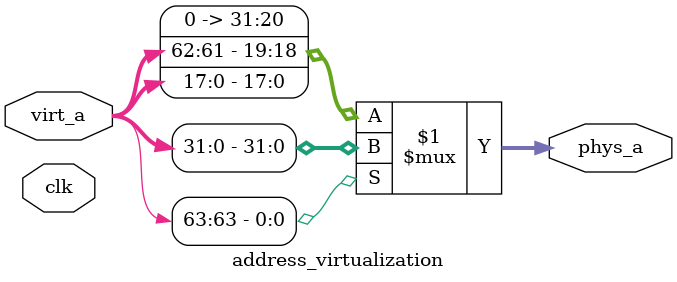
<source format=v>
/*
 * This file is part of the fpgammix package
 * Copyright (C) Tommy Thorn 2006
 *
 * Redistribution and use in source and binary forms, with or without
 * modification, are permitted provided that the following conditions
 * are met:
 * 1. Redistributions of source code must retain the above copyright
 *    notice, this list of conditions and the following disclaimer.
 * 2. Redistributions in binary form must reproduce the above copyright
 *    notice, this list of conditions and the following disclaimer in the
 *    documentation and/or other materials provided with the distribution.
 *
 * THIS SOFTWARE IS PROVIDED BY THE AUTHOR AND CONTRIBUTORS ``AS IS'' AND
 * ANY EXPRESS OR IMPLIED WARRANTIES, INCLUDING, BUT NOT LIMITED TO, THE
 * IMPLIED WARRANTIES OF MERCHANTABILITY AND FITNESS FOR A PARTICULAR PURPOSE
 * ARE DISCLAIMED.  IN NO EVENT SHALL THE AUTHOR OR CONTRIBUTORS BE LIABLE
 * FOR ANY DIRECT, INDIRECT, INCIDENTAL, SPECIAL, EXEMPLARY, OR CONSEQUENTIAL
 * DAMAGES (INCLUDING, BUT NOT LIMITED TO, PROCUREMENT OF SUBSTITUTE GOODS
 * OR SERVICES; LOSS OF USE, DATA, OR PROFITS; OR BUSINESS INTERRUPTION)
 * HOWEVER CAUSED AND ON ANY THEORY OF LIABILITY, WHETHER IN CONTRACT, STRICT
 * LIABILITY, OR TORT (INCLUDING NEGLIGENCE OR OTHERWISE) ARISING IN ANY WAY
 * OUT OF THE USE OF THIS SOFTWARE, EVEN IF ADVISED OF THE POSSIBILITY OF
 * SUCH DAMAGE.
 *
 * MMIX on an FPGA
 *
 * This is a first FPGA implementation of Dr. Knuth's MMIX
 * architecture. The priorities for this implementation is to reach a
 * useful functional subset as quickly as possible.  Performance and
 * logic usage in particular are *NOT* a priority (but will be for a
 * later implementation).
 *
 * Todo:
 * - TRAP [DONE]
 * - interrupts [DONE]
 * - Interval timer exceptions [DONE]
 * - marginal to local register promotion [Partly, needs stack_store()]
 * - Clean up core's memory model
 * - MOR, MXOR
 * - DIV
 * - SAVE, UNSAVE
 * - LDSF, STSF
 * - Rename I_XX -> XX (maybe)
 */

// Warn about undefined nets
// `default_nettype none
// but Icarus does that with -Wimplicit also
module core(input  wire        clock
           ,input  wire        reset
           ,input  wire [63:0] start

           ,input  wire [23:0] core_interrupt

           ,output reg         core_io_access = 0
           ,output reg         core_transfer_request = 0
           ,output wire [31:0] core_address // Physical
           ,output reg         core_wren = 0
           ,output reg  [31:0] core_wrdata
           ,output reg  [ 3:0] core_wrmask
           ,input              core_wait_request
           ,input              core_read_data_valid
           ,input       [31:0] core_read_data

           ,output reg         core_ifetch // Exported for diagnostics reasons only
           );

   parameter V = 0; // V for verbose

`include "mmix_opcodes.v"

   /* The main state machine */
   parameter     S_RESET        =  0,

                 S_IFETCH1      = 10,
                 S_IFETCH2      = 11,
                 S_IFETCH3      = 12,

                 S_INTERRUPT    = 19,

                 S_RF0          = 20,
                 S_RF1          = 21,
                 S_RF2          = 22,
                 S_RF3          = 23,
                 S_RF4          = 24,

                 S_EXECUTE1     = 30,
                 S_EXECUTE2     = 31,

                 S_MEM1         = 40,
                 S_MEM2         = 41,
                 S_MEM3         = 42,

                 S_WB1          = 50,
                 S_WB2          = 51,

                 S_EXTMEM1      = 60,
                 S_EXTMEM2      = 61,
                 S_EXTMEM3      = 62,
                 S_EXTMEM4      = 63,

                 S_POP1         = 70,
                 S_POP2         = 71,

                 S_MULTIPLYING	= 75,
                 S_DIVIDING	= 76,
                 S_MOR          = 77,
                 S_MXOR         = 78,

                 S_TRIPPING1    = 80,

                 S_NOT_IMPLEMENTED
                                = 91,
                 S_ILLEGAL_INST
                                = 92,
                 S_PRIVILEGED_INST
                                = 93,
                 S_HALTED       = 94;

   // 57. Bits for arithmetic exceptions (we diverge from Knuth by
   // also define the log2 equivalent XX_EXC) Note, Knuth left
   // shifts them by eight to line up with the enable bits
   parameter	INTERVAL_TIMEOUT_EXC = 7,  /* the timer register, rI, has reached zero */
                X_EXC	=  8,
		Z_EXC	=  9,
		U_EXC	= 10,
		O_EXC	= 11,
		I_EXC	= 12,
		W_EXC	= 13,
		V_EXC	= 14,
		D_EXC	= 15,
                H_EXC	= 16;

   parameter	RESUME_AGAIN	= 0,
		RESUME_CONT	= 1,
		RESUME_SET	= 2;

   parameter	X_BIT		= 1 << X_EXC,
		Z_BIT		= 1 << Z_EXC,
		U_BIT		= 1 << U_EXC,
		O_BIT		= 1 << O_EXC,
		I_BIT		= 1 << I_EXC,
		W_BIT		= 1 << W_EXC,
		V_BIT		= 1 << V_EXC,
		D_BIT		= 1 << D_EXC,
		H_BIT		= 1 << H_EXC;

   parameter	POWER_FAILURE	= 1<<0,		/* try to shut down calmly and quickly */
		PARITY_ERROR	= 1<<1,		/* try to save the file systems */
                NONEXISTENT_MEMORY=1<<2,	/* a memory address can't be used */
                REBOOT_SIGNAL	= 1<<4;		/* it's time to start over */

   /* 65.  Info flags */
   parameter     Z_is_immed_bit  = 'h01,
                 Z_is_source_bit = 'h02,
                 Y_is_immed_bit  = 'h04,
                 Y_is_source_bit = 'h08,
                 X_is_source_bit = 'h10,
                 X_is_dest_bit   = 'h20,
                 rel_addr_bit    = 'h40,
                 push_pop_bit    = 'h80;

   parameter     VERSION         = 1,
                 SUBVERSION      = 0,
                 SUBSUBVERSION   = 1,
                 ABSTIME         = 1152770398;

   reg [31:0]    state = S_RESET;

   /* XXX This is Quartus specific.  Must find a way to make this more
      portable to also Xilinx ISE. */
   (* ram_init_file = "../info_flags.mif" *)
   reg [ 7:0]    info_flags[0:255];

   reg [63:0]    branch_target;

   /* 55. Knuth keeps all the special registers in the global register
      file, but there's already way too much contention for that.  We
      keep them as seperate variables. */
   reg [63:0]    rB, rD, rE, rH, rJ, rM, rR, rBB, rC, rN, rO, rS, rT,
                 rTT, rK, rQ, rU, rV, rL, rA, rF, rP, rW, rX, rY,
                 rZ, rWW, rXX, rYY, rZZ;

   reg [64:0]    rI; // We use the MSB overflow trick to save a bit of logic
   reg [63:0]    rQ_lastread;

   reg [ 7:0]    tmpbyte;
   reg [63:0]    t, aux;
   reg [64:0]    diff;
   reg           sign, z_sign;
   reg [63:0]    z_abs;
   reg [ 7:0]    n;  // Random bit counter
   reg           truth;
   reg [63:0]    rX_;  /* Temporary for RESUME handling only */

   // 61.
   reg  [63:0] w, x, y, z, b, ma, mb;  /* operands */
   reg  [10:0] x_ptr;  /* destination */
   reg  [63:0] loc;    /* location of the current instruction */
   reg  [63:0] inst_ptr;  /* location of the next instruction */
   reg  [31:0] inst;      /* the current instruction */
   reg  [31:0] exc; /* exceptions raised by the current instruction */
   reg  [ 1:0] rop; /* ropcode of a resumed instruction */
   // int round_mode; /* the style of floating point rounding just used */
   reg  [ 1:0] resuming; /* are we resuming an interrupted instruction?
                          * resuming[0] yes/no
                          * resuming[1] trap/trip
                          */
   // bool halted; /* did the program come to a halt? */
   // bool breakpoint; /* should we pause after the current instruction? */
   // bool tracing; /* should we trace the current instruction? */
   // bool stack_tracing; /* should we trace details of the register stack? */
   // bool interacting; /* are we in interactive mode? */
   // bool interact_after_break; /* should we go into interactive mode? */
   // bool tripping; /* are we about to go to a trip handler? */
   // bool good; /* did the last branch instruction guess correctly? */
   // tetra trace_threshold; /* each instruction should be traced this many times */

   // 62.
   reg  [ 7:0] op;
   reg  [ 7:0] xx;
   reg  [ 7:0] yy;
   reg  [ 7:0] zz;

   reg  [63:0] yz;
   reg  [ 7:0] f;
   reg  [63:0] i, j;

   // 75.
   reg  [ 7:0] G, L, O;

   /*
    * 76.
    *
    * I diverge from MMIXWARE and unify the global and local
    * registers, such that the top 256 registers are global. (For
    * simplicity and to eliminate some muxes)
    */
   parameter GLOBAL = 256;
   reg  [ 8:0] regfile_rdaddress_a, regfile_rdaddress_b, regfile_rdaddress_c;
   reg         regfile_rden_a = 0;
   wire [63:0] regfile_rddata_a;
   reg         regfile_rden_b = 0;
   wire [63:0] regfile_rddata_b;
   reg         regfile_rden_c = 0;
   wire [63:0] regfile_rddata_c;

   reg         regfile_wren;
   reg  [ 8:0] regfile_wraddress;
   reg  [63:0] regfile_wrdata;

   reg  [63:0] g255_readonly_cache;       /* This is a read-only copy of g[255] / $255 */

   reg  [10:0] lring_size, /* the number of local registers (a power of 2) */
               lring_mask, /* one less than lring_size */
               S;          /* congruent to rS >> 3 modulo lring_size */

   reg  [63:0] l_xx;   /* local registers[(O + xx) & lring_mask] */
   reg  [63:0] l_yy;   /* local registers[(O + yy) & lring_mask] */
   reg  [63:0] l_zz;   /* local registers[(O + zz) & lring_mask] */
   reg  [63:0] l_q;
   reg  [63:0] g_q;
   reg  [63:0] g_xx, g_yy, g_zz;

   reg         b_sign, b_zero, b_posi, b_pari;
   reg         y_sign, y_zero, y_posi, y_pari;
   reg  [63:0] high_shift;

   reg  [63:0] datamem_addr;
   reg  [63:0] datamem_rddata = 64'h1BADDECAF4BABE;
   reg         datamem_rddata_high = 0, datamem_rddata_low = 0;
   reg  [63:0] datamem_wrdata;
   reg  [ 7:0] datamem_wrbyteena;
   reg         datamem_wren = 0;
   reg         datamem_rden = 0;

   reg         wb, wb_global;
   reg  [10:0] g_a, l_a;

   reg         error = 0;

   reg  [63:0] mul_acc, mul_aux, mul_a;
   reg  [63:0] mul_b;

   regfile regfile_a (
	.clock ( clock ),

	.rden ( regfile_rden_a ),
	.rdaddress ( regfile_rdaddress_a ),
	.q ( regfile_rddata_a ),

	.wren ( regfile_wren ),
	.wraddress ( regfile_wraddress ),
	.data ( regfile_wrdata )
	);

   regfile regfile_b (
	.clock ( clock ),

	.rden ( regfile_rden_b ),
	.rdaddress ( regfile_rdaddress_b ),
	.q ( regfile_rddata_b ),

	.wren ( regfile_wren ),
	.wraddress ( regfile_wraddress ),
	.data ( regfile_wrdata )
	);

   regfile regfile_c (
	.clock ( clock ),

	.rden ( regfile_rden_c ),
	.rdaddress ( regfile_rdaddress_c ),
	.q ( regfile_rddata_c ),

	.wren ( regfile_wren ),
	.wraddress ( regfile_wraddress ),
	.data ( regfile_wrdata )
	);

   reg [63:0]  core_virt_address;

   address_virtualization tlb(clock, core_virt_address, core_address);

   always @(posedge clock) begin
      /* Maintain the global read-only copy of $255 */
      if (regfile_wren && regfile_wraddress == (GLOBAL | 255))
         g255_readonly_cache <= regfile_wrdata;

      rC <= rC + 1;
      rI <= rI - 65'd1;

      // rQ is low-pri:24 program:8 high-pri I/O:24 machine:8
      rQ[63:40] <= rQ[63:40] | core_interrupt;
      if (core_interrupt & ~rQ[63:40])
         $display("%06d peripherals raising exception", $time, core_interrupt);

      if (rI[64]) begin
         $display("%06d Interval timer just ranout, raising exception", $time);
         rQ[INTERVAL_TIMEOUT_EXC] <= 1;
         rI[64] <= 0;
      end

      if (regfile_wren)
        if (regfile_wraddress & GLOBAL)
          $display("%06d g[%1d]=#%x", $time,
                   regfile_wraddress - GLOBAL, regfile_wrdata);
        else
          $display("%06d l[%1d]=#%x", $time,
                   regfile_wraddress, regfile_wrdata);

      if (core_read_data_valid) begin
         if(V)$display("%06d Core got valid data #%1x (%d%d%d)!", $time,
                  core_read_data,
                  datamem_rddata_high, datamem_rddata_low, core_ifetch);
         if (datamem_rddata_high) begin
            if(V)$display("%06d    Core expected it for high tetra", $time);
            datamem_rddata[63:32] <= core_read_data;
            datamem_rddata_high <= 0;
         end else if (datamem_rddata_low) begin
            if(V)$display("%06d    Core expected it for low tetra", $time);
            datamem_rddata[31:0] <= core_read_data;
            datamem_rddata_low <= 0;
         end else if (~core_ifetch)
           $display("%06d    DROPPED DATA #%1x", $time, core_read_data);
      end

      regfile_wren   <= 0;
      regfile_rden_a <= 0;
      regfile_rden_b <= 0;
      regfile_rden_c <= 0;

      case (state)
        S_RESET: begin
           $display("%06d RESET", $time);
           core_io_access <= 0;
           core_transfer_request <= 0;
           core_wren <= 0;
           datamem_rddata_low <= 0;
           datamem_rddata_high <= 0;
           core_ifetch <= 0;

           datamem_wren <= 0;
           datamem_rden <= 0;
           inst_ptr <= start;

           /*
            * XXX The responsibility for most of these should be move
            * to the firmware (to save logic resources and cycle-time). Obviously,
            * rK, rC, rN, rO, and rS are e... rO and rS??? why.  How
            * is the OS going to set the two latter? (SAVE & UNSAVE).
            */

           g255_readonly_cache <= 0;

           // 77.  p(14.) 37.  XXX Hmm, there should be a better way ...
           // 14.
           // rA = must_remain_zero:46 rounding_mode:2  enable_DVWIOUZX:8 events_DVWIOUZX:8
           // 0 - 7
           rB = 64'hBADDECAFDEADBABE;  // bootstrap register (trip) [0]
           rD = 64'hBADDECAFDEADBABE;  // dividend register [1]
           rE = 64'hBADDECAFDEADBABE;  // epsilon register [2]
           rH = 64'hBADDECAFDEADBABE;  // himult register [3]
           rJ = 64'hBADDECAFDEADBABE;  // return-jump register [4]
           rM = 64'hBADDECAFDEADBABE;  // multiplex mask register [5]
           rR = 64'hBADDECAFDEADBABE;  // remainder register [6]
           rBB= 64'hBADDECAFDEADBABE;  // bootstrap register (trap) [7]

           // These can't be PUT
           rC <= 0; // cycle counter [8]
           rN[63:32] = (VERSION << 24) + (SUBVERSION << 16) + (SUBSUBVERSION << 8);
           rN[31: 0] = ABSTIME; // serial number [9]
           // XXX Correctly this when memory settles
           rO = 64'h6_0000; // register stack offset [10]
           rS = 64'h6_0000; // register stack pointer [11]

           // These can't be PUT by the user
           rI <= ~65'd0;  // interval counter [12]
           rT = 64'h8000000850000000;  // trap address register [13]
           rTT= 64'h8000000600000000;  // dynamic trap address register [14]
           rK = 0;  // interrupt mask register [15]
           rQ <= 0; // interrupt request register [16]
           rU = 0;  // usage counter [17]
           rV = 64'h369c2004;  // virtual translation register [18]

           // Finally, these may cause pipeline delays
           // global threshold register
           G = 256 - 32;
           rL = 0;
           rA = {8'd255, 8'd00}; // Enable all traps, none yet, round nearest

           rF = 0;  // failure location register [22]
           rP = 0;  // prediction register [23]
           rW = 0;  // where-interrupted register (trip) [24]
           rX = 0;  // execution register (trip) [25]
           rY = 0;  // Y operand (trip) [26]
           rZ = 0;  // Z operand (trip) [27]
           rWW= 0;  // where-interrupted register (trap) [28]
           rXX= 0;  // execution register (trap) [29]
           rYY= 0;  // Y operand (trap) [30]
           rZZ= 0;  // Z operand (trap) [31]

           lring_size = 256;
           lring_mask = 255;
           L = 0; // XXX I don't think there really is a need for both rL and L
           O = 0; // XXX I don't think there really is a need for both rO and O
           S = 0;
           resuming = 0;
           state <= S_IFETCH1;
        end

        S_IFETCH1: begin
           $display("");
           if (rQ & rK) begin
              $display("%06d INTERRUPT! rQ=#%1x & rK=#%1x -> #%1x", $time,
                       rQ, rK, rQ & rK);
              state <= S_INTERRUPT;
           end else begin
              state <= S_IFETCH2;
              // 63. sort of ...
              if(V)$display("%06d IF1 Issuing a read request to #%1x", $time, inst_ptr);
              // $display("%06d IFETCH2", $time);
              // CONCEPTUALLY {op, xx, yy, zz} <= progmem[inst_ptr[63:2]]
              if (resuming) begin
                 // We shouldn't get here if resuming is true
                 $display("       Bug in resume support!");
                 state <= S_HALTED;
              end
              core_transfer_request <= 1;
              core_ifetch <= 1;
              core_virt_address <= inst_ptr;
              core_io_access <= 0;
              core_wren <= 0;
              loc <= inst_ptr;
              inst_ptr <= inst_ptr + 4;
           end
        end

      /*
       * Interrupts needs to wait for the pipeline to flush.
       * In this current implementation, the only thing pipelined is
       * the register file write back which hasn't committed yet at S_IFETCH1,
       * thus we go to another cycle.
       */
      S_INTERRUPT: begin
         $display("       $255=#%1x inst_ptr=#%1x",
                  g255_readonly_cache, inst_ptr);
         rK = 0;
         rBB = g255_readonly_cache;
         rWW = inst_ptr;
         rXX = {32'h80000000,inst}; // rop code RESUME_AGAIN, that is, retry inst
         rYY = y;
         rZZ = z;
         regfile_wraddress <= GLOBAL | 255;
         regfile_wrdata    <= rJ;
         regfile_wren      <= 1;
         inst_ptr = rTT;
         state <= S_IFETCH1;
      end

      S_IFETCH2: begin
           if(V)$display("IFETCH2");
           if (~core_wait_request)
              core_transfer_request <= 0;

           if (core_read_data_valid | resuming) begin
              core_ifetch <= 0;
              if (!resuming)
                inst = core_read_data;
              {op, xx, yy, zz} = inst;
              f <= info_flags[op];
              regfile_rdaddress_a <= ((xx >= G) ? (GLOBAL | xx) : ((O + xx) & lring_mask));
              regfile_rdaddress_b <= ((yy >= G) ? (GLOBAL | yy) : ((O + yy) & lring_mask));
              regfile_rdaddress_c <= ((zz >= G) ? (GLOBAL | zz) : ((O + zz) & lring_mask));
              regfile_rden_a <= 1;
              regfile_rden_b <= 1;
              regfile_rden_c <= 1;
              $display("%06d IF2 #%1x:#%1x", $time, loc, inst);
              state <= S_RF1;
           end
        end

        S_RF1: state <= S_RF4;

        S_RF4: begin
           //$display("%06d zz l[%1d]=#%1x g[%1d]", $time, zz, l_zz, zz, g_zz);
           /* 60.  The main loop. */
           state <= S_EXECUTE1;

           yz = {48'd0, inst[15:0]};
           x = 0;
           y = 0;
           z = 0;
           b = 0;
           exc = 0;
           // old_L = L;
           //$display("%06d ** yz .. #%1x", $time, yz);

           // 70.  Convert relative address to absolute address
           if (f & rel_addr_bit) begin
             if ((op & 8'hFE) == I_JMP) begin
               yz = {40'd0, inst[23:0]};
               if(V)$display("%06d ** yz .. #%1x [JMP]", $time, yz);
               end
             if (op & 1) begin
               yz = yz - ((op == I_JMPB) ? 64'h1000000 : 64'h10000);
               if(V)$display("%06d ** yz .. #%1x [op & 1]", $time, yz);
               end
             y = inst_ptr; z = loc + (yz << 2);
           end
           if(V)$display("%06d ** yz = #%1x, z = #%1x", $time, yz, z);

           // 71.  Install operand fields.
           if (resuming && rop != RESUME_AGAIN) begin
              $display("%06d ** resuming ...", $time);
              /* 126.  Install special operands when resuming an interrupted operation */
              if (rop == RESUME_SET) begin
                 op = I_ORI;
                 y = resuming[1] ? rZZ : rZ;
                 z = 0;
                 exc = {resuming[1] ? rXX[47:40] : rX[47:40],8'd0};
                 f = X_is_dest_bit;
                 $display("       resume_set op=#%1x y=#%1x exc=#%1x", op, y, exc);
              end else begin /* RESUME_CONT */
                 y = rY;
                 z = rZ;
              end
           end else begin
             if (f & X_is_source_bit) begin
                // 74.  Set b from register X
                b = regfile_rddata_a;
                if(V)$display("%06d ** regfile a -> b = #%1x", $time, b);
             end
             // XXX if (info[op].third_operand) <set b from special register 79>;
             if (f & Z_is_immed_bit) begin
                z = zz; //$display("%06d ** z = zz", $time);
             end else if (f & Z_is_source_bit) begin
               // 72.  Set z from register Z
                z = regfile_rddata_c;
                if(V)$display("%06d ** regfile c -> z = #%1x", $time, z);
             end else if ((op & 8'hF0) == I_SETH) begin
                // 78.  Set z as an immediate wyde
               case (op[1:0])
               0: z = {yz[15:0],48'd0};
               1: z = {16'd0,yz[15:0],32'd0};
               2: z = {32'd0,yz[15:0],16'd0};
               3: z = {48'd0,yz[15:0]};
               endcase
               y = b;
               if(V)$display("%06d ** 78.  z=#%1x y=#%1x", $time, z, y);
             end
             if (f & Y_is_immed_bit) begin y = yy; if(V)$display("%06d ** y = yy", $time); end
             else if (f & Y_is_source_bit) begin
                // 73.  Set y from register Y
                y = regfile_rddata_b;
                if(V)$display("%06d ** regfile b -> y=#%1x", $time, y);
             end
           end

           wb = 0;
           // 60...
           if (f & X_is_dest_bit) begin
              /* 80.  Install register X as the destination, adjusting the
                      register stack if necessary */
              wb = 1;
              wb_global = 0;
              if (xx >= G) begin
                x_ptr = GLOBAL | xx;
              end else begin
                 if (xx >= L) begin
                    //$display("%06d ** 81.  Increasing rL, setting l[%1d] <- 0", $time, O + L);
                    regfile_wraddress <= (O + L) & lring_mask;
                    regfile_wrdata    <= 0;
                    regfile_wren      <= 1;
                    L = L + 1;
                    rL = L;
                    if (((S - O - L) & lring_mask) == 0) begin
                       $display("%06d ** 83.  stack_store() not implemented!", $time);
                       state <= S_NOT_IMPLEMENTED;
                    end
                    state <= S_RF4;
                 end else
                   x_ptr = (O + xx) & lring_mask;
              end
           end
        end

        /* Even though I'm not trying to optimize, making this run at 50 MHz
           makes my life easier, thus this extra stage which hopefully
           enables Quartus to retime some of this */
        S_EXECUTE1: begin
           state <= S_EXECUTE2;
           resuming = 0;

           w = y + z;
           if(V)$display("%06d ** w (#%1x) = y (#%1x) + z (#%1x)", $time, w, y, z);

           // if (loc >= 64'h20000000) goto privileged_inst;
           branch_target <= loc + {{46{op[0]}},yy,zz,2'd0};

           b_sign = b[63];
           b_zero = b == 0;
           b_pari = b[0];
           b_posi = ~b_sign & ~b_zero;

           y_sign = y[63];
           y_zero = y == 0;
           y_pari = y[0];
           y_posi = ~y_sign & ~y_zero;
        end

        S_EXECUTE2: begin
           state <= S_MEM1;
           if(V)$display("%06d EX2 x=#%1x y=#%1x z=#%1x b=#%1x w=#%1x", $time, x, y, z, b, w);

           case (op)
           // 84.
           I_ADD, I_ADDI:       x = w;

           // 85.
           I_SUB, I_SUBI, I_NEG, I_NEGI, I_SUBU, I_SUBUI, I_NEGU, I_NEGUI:
                                x = y - z;
           I_ADDU, I_ADDUI, I_INCH, I_INCMH, I_INCML, I_INCL:
                                x = w;
           I_2ADDU, I_2ADDUI:   x = (y << 1) + z;
           I_4ADDU, I_4ADDUI:   x = (y << 2) + z;
           I_8ADDU, I_8ADDUI:   x = (y << 3) + z;
           I_16ADDU, I_16ADDUI: x = (y << 4) + z;
           I_SETH, I_SETMH, I_SETML, I_SETL, I_GETA, I_GETAB: begin
                                $display("       SETx = #%1x",z);
                                x = z;
           end
           // 86.
           I_OR, I_ORI, I_ORH, I_ORMH, I_ORML, I_ORL:
                                x =  y |  z;
           I_ORN, I_ORNI:       x =  y | ~z;
           I_NOR, I_NORI:       x = ~(y | z); // === ~y & ~z
           I_XOR, I_XORI:       x =  y ^  z;
           I_AND, I_ANDI:       begin
                                x =  y &  z;
                                $display("       AND #%1x,#%1x -> #%1x", y, z, x);
                                end
           I_ANDN, I_ANDNI, I_ANDNH, I_ANDNMH, I_ANDNML, I_ANDNL:
                                x =  y & ~z;
           I_NAND, I_NANDI:     x = ~(y & z); // === ~y | ~z
           I_NXOR, I_NXORI:     x = ~(y ^ z);

           // 87.
           I_SL, I_SLI, I_SLU, I_SLUI:
             if (z >= 64) begin
                x = 0;
                if (|y) begin
                   exc[V_EXC] = 1;
                   $display("%06d ** SL Overflow", $time);
                end
             end else begin
                x = y << z[5:0];

                // XXX OMG.  Spend 2X the cycles here
               /* if (($signed(x) >> z[5:0]) != y) begin
                   exc[V_EXC] = 1;
                   $display("%06d ** SL Overflow", $time);
                end*/
             end
                                // XXX Not 100% sure of these two
           I_SR, I_SRI:         begin
                                   x = $signed(y) >>> (z[63:6] ? 63 : z[5:0]);
                                   $display("       SR #%1x, #%1x -> #%1x",
                                            y, z, x);
                                end
           I_SRU, I_SRUI:       begin
                                   x = z[63:6] ? 0 : (y >> z[5:0]);
                                   $display("       SRU #%1x, #%1x -> #%1x",
                                            y, z, x);
                                end
           I_MUX, I_MUXI:       x = y & rM | z & ~rM;

           I_SADD, I_SADDI:     begin
                                  t = y & ~z;
                                  x = t[0]+t[1]+t[2]+t[3]+t[4]+t[5]+t[6]+t[7]+t[8]+t[9]+t[10]+t[11]+t[12]+t[13]+t[14]+t[15]+t[16]+t[17]+t[18]+t[19]+t[20]+t[21]+t[22]+t[23]+t[24]+t[25]+t[26]+t[27]+t[28]+t[29]+t[30]+t[31]+t[32]+t[33]+t[34]+t[35]+t[36]+t[37]+t[38]+t[39]+t[40]+t[41]+t[42]+t[43]+t[44]+t[45]+t[46]+t[47]+t[48]+t[49]+t[50]+t[51]+t[52]+t[53]+t[54]+t[55]+t[56]+t[57]+t[58]+t[59]+t[60]+t[61]+t[62]+t[63];
                                end

           I_MOR, I_MORI:       begin
                                  n <= 62;
                                  t <= y;
                                  state <= S_MOR;
                                end

           I_MXOR, I_MXORI:     begin
                                  n <= 62;
                                  t <= y;
                                  state <= S_MXOR;
                                end

           I_BDIF, I_BDIFI:     begin
                                  if (y[63:56] > z[63:56]) x[63:56] = y[63:56] - z[63:56];
                                  if (y[55:48] > z[55:48]) x[55:48] = y[55:48] - z[55:48];
                                  if (y[47:40] > z[47:40]) x[47:40] = y[47:40] - z[47:40];
                                  if (y[39:32] > z[39:32]) x[39:32] = y[39:32] - z[39:32];
                                  if (y[31:24] > z[31:24]) x[31:24] = y[31:24] - z[31:24];
                                  if (y[23:16] > z[23:16]) x[23:16] = y[23:16] - z[23:16];
                                  if (y[15: 8] > z[15: 8]) x[15: 8] = y[15: 8] - z[15: 8];
                                  if (y[ 7: 0] > z[ 7: 0]) x[ 7: 0] = y[ 7: 0] - z[ 7: 0];
                                end
           I_WDIF, I_WDIFI:     begin
                                  if (y[63:48] > z[63:48]) x[63:48] = y[63:48] - z[63:48];
                                  if (y[47:32] > z[47:32]) x[47:32] = y[47:32] - z[47:32];
                                  if (y[31:16] > z[31:16]) x[31:16] = y[31:16] - z[31:16];
                                  if (y[15: 0] > z[15: 0]) x[15: 0] = y[15: 0] - z[15: 0];
                                end
           I_TDIF, I_TDIFI:     begin
                                  if (y[63:32] > z[63:32]) x[63:32] = y[63:32] - z[63:32];
                                  if (y[31: 0] > z[31: 0]) x[31: 0] = y[31: 0] - z[31: 0];
                                end
           I_ODIF, I_ODIFI:     if (y > z) x = y - z;

           I_MULU, I_MULUI, I_MUL, I_MULI: begin
              {mul_aux,mul_acc} <= 0;
              if (y > z) begin
                 mul_a <= y; mul_b <= z;
              end else begin
                 mul_a <= z; mul_b <= y;
              end
              state <= S_MULTIPLYING;
           end

           I_DIV, I_DIVI:
              if (y == 64'h8000000000000000 && z == 64'hFFFFFFFFFFFFFFFF) begin
                 exc[V_EXC] = 1;
                 x  <= y;
                 rR <= 0;
              end else if (z == 0) begin
                 exc[D_EXC] = 1;
                 x  <= 0;
                 rR <= y;
              end else begin
                 n     <= 62;
                 t     <= 0;
                 sign  <= (y[63] ^ z[63]);
                 z_sign <= z[63];
                 if (y[63])
                    y = -y;
                 if (z[63])
                    z = -z;
                 z_abs = z;
                 x     <= y;
                 state <= S_DIVIDING;
              end

           I_DIVU, I_DIVUI: begin
              $display("rD = %d, z = %d, rD >= z %d", rD, z, rD >= z);
              if (rD >= z) begin
                 /* Arith 14. check that x < z; otherwise give trivial answer */
                 x     <= rD;
                 rR    <= y;
              end else begin
                 n     <= 62;
                 t     <= rD;
                 sign  <= 0;
                 x     <= y;
                 y_sign <= 0; // Override signs to avoid any fixup afterwards
                 z_sign <= 0;
                 state <= S_DIVIDING;
              end
           end

            // 89.
           /*
            I_FADD, I_FSUB, I_FMUL, I_FDIV, I_FREM, I_FSQRT, I_FINT,
            I_FIX, I_FIXU, I_FLOT, I_FLOTI, I_FLOTU, I_FLOTUI,
            I_SFLOT, I_SFLOTUI: begin
               $display("%06d ** floating point isn't implemented yet", $time); // XXX
               state <= S_NOT_IMPLEMENTED;
            end
            */

            // 90.
            I_CMP, I_CMPI: begin
               /* I use a simpler version than Knuth's
                  Signed comparisons:
                    a > b <=> (a^M) >U (b^M), M = 1 << 63
                */

               if (y == z)
                  x = 0;
               else if ((y ^ 64'h8000000000000000)
                        > (z ^ 64'h8000000000000000))
                  x = 1;
               else
                  x = -1;
               $display("%06d (CMP) %1d, %1d -> #%1x", $time, y, z, x);
            end

            I_CMPU, I_CMPUI: begin
               if (y == z)
                  x = 0;
               else if (y > z)
                  x = 1;
               else
                  x = -1;
               $display("%06d (CMPU) #%1x, #%1x -> #%1x", $time, y, z, x);
            end

           /*
            I_FCMPE, I_FCMP, I_FUN, I_FEQL, I_FEQLE, I_FUNE: begin
               $display("%06d ** floating point isn't implemented yet", $time); // XXX
               state <= S_NOT_IMPLEMENTED;
            end
            */


            // 91. & 92.
            I_CSN, I_CSNI, I_CSZ, I_CSZI, I_CSP, I_CSPI,
            I_CSOD, I_CSODI, I_CSNN, I_CSNNI, I_CSNZ, I_CSNZI,
            I_CSNP, I_CSNPI, I_CSEV, I_CSEVI, I_ZSN, I_ZSNI,
            I_ZSZ, I_ZSZI, I_ZSP, I_ZSPI, I_ZSOD, I_ZSODI,
            I_ZSNN, I_ZSNNI, I_ZSNZ, I_ZSNZI, I_ZSNP, I_ZSNPI,
            I_ZSEV, I_ZSEVI: begin
               case (op[2:1])
               0: truth = y_sign;
               1: truth = y_zero;
               2: truth = y_posi;
               3: truth = y_pari;
               endcase
               if (op[3]) truth = ~truth;
               x = truth ? z : b;
            end

            // 93.
            I_BN, I_BNB, I_PBN, I_PBNB,
            I_BZ, I_BZB, I_PBZ, I_PBZB,
            I_BP, I_BPB, I_PBP, I_PBPB,
            I_BOD, I_BODB, I_PBOD, I_PBODB,
            I_BNN, I_BNNB, I_PBNN, I_PBNNB,
            I_BNZ, I_BNZB, I_PBNZ, I_PBNZB,
            I_BNP, I_BNPB, I_PBNP, I_PBNPB,
            I_BNOD, I_BNODB, I_PBNOD, I_PBNODB: begin
               $display("%06d ** Branch op[2:0] #%1x", $time, op[2:0]);
               case (op[2:1])
               0: truth = b_sign;
               1: truth = b_zero;
               2: truth = b_posi;
               3: truth = b_pari;
               endcase
               if (op[3]) truth = ~truth;
               if (truth) begin
                  $display("%06d ** Branch taken, jumping to #%1x", $time, z);
                  inst_ptr <= z;
               end
            end

            // 94.
            I_LDB, I_LDBI, I_LDBU, I_LDBUI, I_LDW, I_LDWI, I_LDWU, I_LDWUI,
            I_LDT, I_LDTI, I_LDTU, I_LDTUI, I_LDO, I_LDOI, I_LDOU, I_LDOUI,
            I_LDSF, I_LDSFI, I_LDHT, I_LDHTI: begin
               datamem_addr <= w;
               datamem_rden <= 1;
            end

             // 95.
           I_STB, I_STBI, I_STBU, I_STBUI: begin
              if (op[1])
                 $display("%06d ** STBU [#%1x] <- #%1x", $time, w, b[7:0]);
              else
                 $display("%06d ** STB [#%1x] <- #%1x", $time, w, b);
              datamem_addr      <= w;
              datamem_wrdata    <= {b[7:0], b[7:0], b[7:0], b[7:0],
                                    b[7:0], b[7:0], b[7:0], b[7:0]};
              datamem_wrbyteena <= 8'h80 >> w[2:0];
              datamem_wren      <= 1;

              if ({{56{b[7]}},b[7:0]} != b && ~op[1]) begin
                 $display("%06d ** STB Overflow", $time);
                 exc[V_EXC] = 1;
              end
           end

           I_STW, I_STWI, I_STWU, I_STWUI: begin
              if (op[1])
                 $display("%06d ** STWU [#%1x] <- #%1x", $time, w, b[15:0]);
              else
                 $display("%06d ** STW [#%1x] <- #%1x", $time, w, b);
              datamem_addr      <= w;
              datamem_wrdata    <= {b[15:0], b[15:0], b[15:0], b[15:0]};
              datamem_wrbyteena <= 8'hC0 >> (2*w[2:1]);
              datamem_wren      <= 1;

              if ({{48{b[15]}},b[15:0]} != b && ~op[1]) begin
                 $display("%06d ** STW Overflow", $time);
                 exc[V_EXC] = 1;
              end
           end

           I_STT, I_STTI, I_STTU, I_STTUI: begin
              if (op[1])
                 $display("%06d ** STTU [#%1x] <- #%1x", $time, w, b[31:0]);
              else
                 $display("%06d ** STT [#%1x] <- #%1x", $time, w, b);
              datamem_addr      <= w;
              datamem_wrdata    <= {b[31:0], b[31:0]};
              datamem_wrbyteena <= 8'hF0 >> (4*w[2]);
              datamem_wren      <= 1;

              if ({{32{b[31]}},b[31:0]} != b && ~op[1]) begin
                 $display("%06d ** STT Overflow", $time);
                 exc[V_EXC] = 1;
              end
           end

           I_STO, I_STOI, I_STOU, I_STOUI, I_STUNC, I_STUNCI: begin
              if ((op & ~1) == I_STUNC)
                 $display("%06d ** STUNC [#%1x] <- #%1x", $time, w, b);
              else if (op[1])
                 $display("%06d ** STOU [#%1x] <- #%1x", $time, w, b);
              else
                 $display("%06d ** STO [#%1x] <- #%1x", $time, w, b);
              datamem_addr      <= w;
              datamem_wrdata    <= b;
              datamem_wrbyteena <= 8'hFF;
              datamem_wren      <= 1;
           end

           /*
           I_STSF, I_STSFI:  begin
              state <= S_NOT_IMPLEMENTED;
           end
            */

           I_STHT, I_STHTI: begin
              $display("%06d ** STHT [#%1x] <- #%1x", $time, w, b[63:32]);
              datamem_addr      <= w;
              datamem_wrdata    <= {b[63:32], b[63:32]};
              datamem_wrbyteena <= 8'hF0 >> (4*w[0]);
              datamem_wren      <= 1;
           end

           I_STCO, I_STCOI: begin
              $display("%06d ** STCO [#%1x] <- #%1x", $time, w, {56'd0, xx});
              datamem_addr      <= w;
              datamem_wrdata    <= {56'd0, xx};
              datamem_wrbyteena <= 8'hFF;
              datamem_wren      <= 1;
           end

           // 96.
           /*
           I_CSWAP, I_CSWAPI: state <= S_NOT_IMPLEMENTED;
            */

           // 97.
           I_GET: begin
              if (yy || zz >= 32) // XXX Can synthesis compile >= 32 efficiently?
                 state <= S_NOT_IMPLEMENTED;  // XXX Should be a dynamic trap
              else
                 case (zz)
                 REG_B: x = rB;
                 REG_D: x = rD;
                 REG_E: x = rE;
                 REG_H: x = rH;
                 REG_J: x = rJ;
                 REG_M: x = rM;
                 REG_R: x = rR;
                 REG_BB: x = rBB;
                 REG_C: x = rC;
                 REG_N: x = rN;
                 REG_O: x = rO;
                 REG_S: x = rS;
                 REG_I: x = rI[63:0];
                 REG_T: x = rT;
                 REG_TT: x = rTT;
                 REG_K: x = rK;
                 REG_Q: begin x = rQ; rQ_lastread = rQ; end
                 REG_U: x = rU;
                 REG_V: x = rV;
                 REG_G: x = G;
                 REG_L: x = rL;
                 REG_A: x = rA;
                 REG_F: x = rF;
                 REG_P: x = rP;
                 REG_W: x = rW;
                 REG_X: x = rX;
                 REG_Y: x = rY;
                 REG_Z: x = rZ;
                 REG_WW: x = rWW;
                 REG_XX: x = rXX;
                 REG_YY: x = rYY;
                 REG_ZZ: x = rZZ;
                 endcase
           end

           I_PUT, I_PUTI: begin
              $strobe("%06d ** PUT %d, %x", $time, xx, z);
              // XXX INCOMPLETE
              if (yy)
                 state <= S_ILLEGAL_INST;
              else
                 case (xx)
                 // These are "unencumbered" (cf. p 176)
                 REG_B: rB = z;  // bootstrap register (trip) [0]
                 REG_D: rD = z;  // dividend register [1]
                 REG_E: rE = z;  // epsilon register [2]
                 REG_H: rH = z;  // himult register [3]
                 REG_J: rJ = z;  // return-jump register [4]
                 REG_M: rM = z;  // multiplex mask register [5]
                 REG_R: rR = z;  // remainder register [6]
                 REG_BB:rBB= z;  // bootstrap register (trap) [7]

                 // These can't be PUT
                 REG_C: state <= S_ILLEGAL_INST; // rC = z;  // cycle counter [8]
                 REG_N: state <= S_ILLEGAL_INST; // rN = z;  // serial number [9]
                 REG_O: state <= S_ILLEGAL_INST; // rO = z;  // register stack offset [10]
                 REG_S: state <= S_ILLEGAL_INST; // rS = z;  // register stack pointer [11]

                 // These can't be PUT by the user
                 REG_I: rI <= {1'd0,z};  // interval counter [12] (XXX PRIVILEGED)
                 REG_T: rT = z;  // trap address register [13] (XXX PRIVILEGED)
                 REG_TT:rTT= z;  // dynamic trap address register [14] (XXX PRIVILEGED)
                 REG_K: rK = z;  // interrupt mask register [15] (XXX PRIVILEGED)
                 /* interrupt request register [16] (XXX PRIVILEGED)
                    "Interrupt bits in rQ might be lost if they are set
                     between a GET and a PUT. Therefore we don't allow
		     PUT to zero out bits that have become 1 since the
		     most recently committed GET." */
                 REG_Q: rQ <= rQ & ~rQ_lastread | z;
                 REG_U: rU = z;  // usage counter [17] (XXX PRIVILEGED)
                 REG_V: rV = z;  // virtual translation register [18] (XXX PRIVILEGED)

                 // Finally, these may cause pipeline delays
                 // global threshold register
                 REG_G: // 99.
                    if (z > 255 || z < L || z < 32)
                       state <= S_ILLEGAL_INST;
                    else if (z < G) begin
                       // XXX Interestingly using strobe instead of
                       // display causes a crash! (Maybe the G-1 is the cause)
                       $display("%06d ** PUT g[%d] <- 0", $time, G-1);
                       regfile_wraddress <= GLOBAL | (G - 1);
                       regfile_wrdata    <= 0;
                       regfile_wren      <= 1;
                       G <= G - 1;
                       state <= S_EXECUTE2; // Loop
                    end else
                       G = z;

                 // local threshold register [20]
                 REG_L: // 98.
                    if (z < L) begin
                       L = z;
                       rL = z;
                    end

                 // arithmetic status register [21]
                 REG_A: if (z[63:18])
                    state <= S_ILLEGAL_INST;
                 else
                    rA = z;

                 REG_F: rF = z;  // failure location register [22]
                 REG_P: rP = z;  // prediction register [23]
                 REG_W: rW = z;  // where-interrupted register (trip) [24]
                 REG_X: rX = z;  // execution register (trip) [25]
                 REG_Y: rY = z;  // Y operand (trip) [26]
                 REG_Z: rZ = z;  // Z operand (trip) [27]
                 REG_WW:rWW= z;  // where-interrupted register (trap) [28]
                 REG_XX:rXX= z;  // execution register (trap) [29]
                 REG_YY:rYY= z;  // Y operand (trap) [30]
                 REG_ZZ:rZZ= z;  // Z operand (trap) [31]

                 default:
                    state <= S_ILLEGAL_INST;
                 endcase
           end

           // 101.
           I_POP: begin
              $display("%06d (POP)", $time);
              regfile_rdaddress_a <= (O + xx - 1) & lring_mask;
              regfile_rdaddress_b <= (O - 1) & lring_mask;
              regfile_rden_a <= 1;
              regfile_rden_b <= 1;
              state <= S_POP1;
           end

           I_PUSHGO, I_PUSHGOI, I_PUSHJ, I_PUSHJB: begin
              if (op[2])
                 inst_ptr <= w; // PUSHGO
              else
                 inst_ptr <= z; // PUSHJ

              if (xx > G) begin
                 xx = L;
                 L = L + 1;
                 if (((S - O - L) & lring_mask) == 0) begin
                    $display("%06d ** 83.  stack_store() not implemented!", $time);
                    state <= S_NOT_IMPLEMENTED;
                 end
              end
              regfile_wraddress <= (O + xx) & lring_mask;
              regfile_wrdata    <= xx;
              regfile_wren      <= 1;
              //l[(O + xx) & lring_mask] <= xx;
              wb = 0;
              $display("%06d *** PUSHx  l[%1d]=#%1x", $time,
                       (O + xx) & lring_mask, xx);
              x = loc + 4; // XXX Why?
              rJ = loc + 4;
              L = L - (xx + 1);
              O = O + xx + 1;
              rO = rO + ((xx + 1) << 3);
              b = rO; // XXX Why?
              rL = L;
              $display("%06d     rL=%1d, O=%1d, rO=#%1x, rJ=#%1x", $time, rL, O, rO, rJ);
              state <= S_IFETCH1;
           end

           /*
           // 102.
           I_SAVE: state <= S_NOT_IMPLEMENTED; // XXX Lots of work

           // 104.
           I_UNSAVE: state <= S_NOT_IMPLEMENTED; // XXX Lots of work
           */

           // 106.
           I_SYNCID, I_SYNCIDI, I_PREST, I_PRESTI, I_SYNCD,
              I_SYNCDI, I_PREGO, I_PREGOI, I_PRELD, I_PRELDI,
              I_SWYM:
                 state <= S_IFETCH1;

           // 107.
           I_GO, I_GOI: begin
              $display("%06d ** GO to #%1x", $time, w);
              x = inst_ptr; inst_ptr <= w;
           end

           I_JMP, I_JMPB: begin
              inst_ptr <= loc + {{38{op[0]}},xx,yy,zz,2'd0};
           end

           I_SYNC:
              if (xx != 0 || yy != 0 || zz > 7)
                 state <= S_ILLEGAL_INST;
              else
                 state <= S_WB2;

           I_LDVTS, I_LDVTSI:
              state <= S_ILLEGAL_INST; // XXX Really: priviledged

           // 108.
           I_TRIP: begin
              $display("%06d TRIP %d,%d,%d", $time, xx, yy, zz);
              exc[H_EXC] = 1;
           end

           // 108.
           // 124.
           I_RESUME: if (zz[7:1] || xx || yy /* XXX || zz[0] & ~inst_ptr[63] */)
              state <= S_ILLEGAL_INST;       //     ^^^^^ Correct?, but not yet!
           else begin
              $display("%06d RESUME #%1x", $time, zz);
              inst_ptr = zz[0] ? rWW : rW;
              z = inst_ptr;
              rX_ = zz[0] ? rXX : rX;
              if (zz[0]) begin
                 rK = g255_readonly_cache; // Restore interrupt mask
                 regfile_wraddress <= GLOBAL | 255;
                 regfile_wrdata    <= rBB;
                 regfile_wren      <= 1;
                 $display("  b=#%1x x=#%1x", rX_, rBB);
              end
              state <= S_IFETCH1;
              if (~rX_[63]) begin
                 // 125. Prepare to perform a ropcode
                 rop = rX_[57:56];
                 if (rop == 3) begin
                    $display("       Can't handle ropcode 3");
                    state <= S_ILLEGAL_INST;
                 end else begin
                    // if ((1 << b[31:28]) & #8f30) -- 1000_1111_0011_0000

                    if (rop == RESUME_CONT)  // 1
                       case (rX_[31:28])
                       15,11,10,9,8,5,4: begin
                          $display("       Uhhh, not rX_[31:28] was %d", rX_[31:28]);
                          state <= S_ILLEGAL_INST;
                       end
                       endcase

                    if (rop == RESUME_CONT || rop == RESUME_SET) begin // 1 || 2
                       if (rX_[23:16] >= L && rX_[23:16] < G) begin
                          $display("       Wtf, rX_[23:16] = %d", rX_[23:16]);
                          state <= S_ILLEGAL_INST;
                       end
                    end

                    if (rX_[31:24] == I_RESUME) begin
                       $display("       Arrgh, rX_[31:24] = %d", rX_[31:24]);
                       state <= S_ILLEGAL_INST;
                    end

                    resuming = {zz[0], 1'b1};
                    loc <= inst_ptr - 4;
                    inst = rX_[31:0];
                    $display("%06d resuming #%016x:#%08x", $time, inst_ptr - 4, rX_[31:0]);
                    state <= S_IFETCH2;
                 end
              end
           end

/*
             I_FCMP:
             I_FUN:
             I_FEQL:
             I_FADD:
             I_FIX:
             I_FSUB:
             I_FIXU:
             I_FLOT:
             I_FLOTI:
             I_FLOTU:
             I_FLOTUI:
             I_SFLOT:
             I_SFLOTI:
             I_SFLOTU:
             I_SFLOTUI: */

             // 10
/*           I_FMUL:
             I_FCMPE:
             I_FUNE:
             I_FEQLE:
             I_FDIV:
             I_FSQRT:
             I_FREM:
             I_FINT:
 */

           /* I_TRAP: TRAP is handled exactly like an unknown instruction */
           default: begin
              // XXX This is probably not exactly correct...
              if (op == I_TRAP)
                 $display("%06d TRAP %d,%d,%d inst_ptr = #%1x", $time,
                          xx, yy, zz, inst_ptr);
              else
                 $display("%06d Unknown instruction trap %d,%d,%d", $time,
                          xx, yy, zz);
              rWW = inst_ptr;
              rK = 0;
              rBB = g255_readonly_cache;
              /* This depends on f == info_flags[op]!! */
              rXX = {op == I_TRAP || !(f & X_is_dest_bit)
                     ? 32'h80000000  // normal resume from trap
                     : 32'h02000000, // RESUME_SET
                     inst};
              $display("  setting rWW=#%1x, rXX=#%1x", rWW, rXX);
              rYY = y;
              rZZ = z;
              $display("  setting rYY=#%1x, rZZ=#%1x", rYY, rZZ);
              regfile_wraddress <= GLOBAL | 255;
              regfile_wrdata    <= rJ;
              regfile_wren      <= 1;
              inst_ptr = rT;
              state <= S_IFETCH1;
           end
           endcase
        end

      // XXX Yup, don't care nothin' 'bout being fast
      S_MEM1: if (~datamem_wren & ~datamem_rden) begin
         if(V)$display("%06d ME1: No memory op detected, skipping to ME2", $time);
         state <= S_MEM2; // Cheating!
      end else begin
         if(V)$display("%06d *** 1st half of access #%1x & #%1x (W%d,R%d)",
                  $time, datamem_wrdata[63:32], datamem_wrbyteena[7:4],
                  datamem_wren, datamem_rden);

         {datamem_rddata_high,datamem_rddata_low} <= 2'b11;

         // Writing 1st half
         core_transfer_request <= 1;
         core_virt_address <= datamem_addr & ~7;
         core_io_access <= datamem_addr[63:48] == 1;
         if (datamem_rden & datamem_wren) begin
            $display("%06d Wow!", $time);
            error <= 1;
            state <= S_HALTED;
         end
         core_wren   <= datamem_wren;
         core_wrdata <= datamem_wrdata[63:32];
         core_wrmask <= datamem_wrbyteena[7:4];
         state <= S_EXTMEM1;
      end

      // 2nd half
      S_EXTMEM1: if (~core_wait_request) begin
         if(V)$display("%06d *** 2nd half of access #%1x & #%1x", $time,
                  datamem_wrdata[31:0],
                  datamem_wrbyteena[3:0]);

         core_virt_address <= core_virt_address + 4;
         core_wrdata <= datamem_wrdata[31:0];
         core_wrmask <= datamem_wrbyteena[3:0];
         state <= S_EXTMEM2;
      end

      S_EXTMEM2: if (~core_wait_request) begin
         // And we're done XXX Not handling reads very well are we?
         core_transfer_request <= 0;
         state <= S_MEM2;
      end

      S_MEM2: if (datamem_rden & (datamem_rddata_high | datamem_rddata_low)) begin
         if(V)$display("%06d *** Core waiting for read data to arrive", $time);
      end else begin
         if(V)$display("%06d ME2 x = #%1x", $time, x);
         state <= S_MEM3;
         case (op)
         I_ADD, I_ADDI:
            /* Test for overflow which
             "... occurs if and only if y and z have the same sign
             but the sum has a different sign."
             */
            if (~(y[63] ^ z[63]) & (y[63] ^ x[63])) begin
               $display("%06d ** ADD Overflow x[63]=%d y[63]=%d z[63]=%d", $time,
                        x[63], y[63], z[63]);
               exc[V_EXC] = 1;
            end

         I_SUB, I_SUBI, I_NEG, I_NEGI:
            /* Test for overflow which
             "Other cases of signed and unsigned addition and
             subtraction are, of course, similar. Overflow
             occurs in the calculation x = y - z if and only if
             it occurs in the calculation y = x + z."
             */
            if (~(x[63] ^ z[63]) & (x[63] ^ y[63])) begin
               $display("%06d ** SUB Overflow x[63]=%d y[63]=%d z[63]=%d", $time,
                        x[63], y[63], z[63]);
               exc[V_EXC] = 1;
            end

         I_SL, I_SLI:
            if (z > 64 && y)
               // XXX. This is insufficient.  See 87.
               exc[V_EXC] = 1;
            else if (high_shift != {64{y[63]}})
               exc[V_EXC] = 1;

         // 94.
         I_LDB, I_LDBI: begin
            tmpbyte = datamem_rddata >> (8*(7 - datamem_addr[2:0]));
            x = {{56{tmpbyte[7]}},tmpbyte};
            $display("%06d ** LDB [#%1x] -> #%1x", $time, datamem_addr, {{56{tmpbyte[7]}},tmpbyte});
         end

         I_LDBU, I_LDBUI: begin
            tmpbyte = datamem_rddata >> (8*(7 - datamem_addr[2:0]));
            x = {56'd0,tmpbyte};
            $display("%06d ** LDBU [#%1x] -> #%1x", $time, datamem_addr, {56'd0,tmpbyte});
         end

         I_LDW, I_LDWI: begin
            t[15:0] = datamem_rddata >> (16*(3 - datamem_addr[2:1]));
            x = {{48{t[15]}},t[15:0]};
            $display("%06d ** LDW [#%1x] -> #%1x", $time, datamem_addr, {{48{t[15]}},t[15:0]});
         end

         I_LDWU, I_LDWUI: begin
            t[15:0] = datamem_rddata >> (16*(3 - datamem_addr[2:1]));
            x = {48'd0,t[15:0]};
            $display("%06d ** LDWU [#%1x] -> #%1x", $time, datamem_addr, {48'd0,t[15:0]});
         end

         I_LDT, I_LDTI: begin
            $display("%06d *** datamem_rddata = #%1x datamem_addr[2]=%d", $time,
                     datamem_rddata, datamem_addr[2]);
            t[31:0] = datamem_rddata >> (32*(1 - datamem_addr[2]));
            x = {{32{t[31]}},t[31:0]};
            $display("%06d ** LDT [#%1x] -> #%1x", $time, datamem_addr, {{32{t[31]}},t[31:0]});
         end

         I_LDTU, I_LDTUI: begin
            t[31:0] = datamem_rddata >> (32*(1 - datamem_addr[2]));
            x = {32'd0,t[31:0]};
            $display("%06d ** LDTU [#%1x] -> #%1x", $time, datamem_addr, {32'd0,t[31:0]});
         end

         I_LDO, I_LDOI: begin
            x = datamem_rddata;
            $display("%06d ** LDO [#%1x] -> #%1x", $time, datamem_addr, datamem_rddata);
         end

         I_LDOU, I_LDOUI: begin
            x = datamem_rddata;
            $display("%06d ** LDOU [#%1x] -> #%1x", $time, datamem_addr, datamem_rddata);
         end

         I_LDUNC, I_LDUNCI: begin
            x = datamem_rddata;
            $display("%06d ** LDUNC [#%1x] -> #%1x", $time, datamem_addr, datamem_rddata);
         end

         I_LDHT, I_LDHTI: begin
            t[31:0] = datamem_rddata >> (32*(1 - datamem_addr[0]));
            x = {t[31:0],32'd0};
            $display("%06d ** LDHT [#%1x] -> #%1x", $time, datamem_addr, {t[31:0],32'd0});
         end
         endcase
      end // case: S_MEM2

      S_MEM3: state <= S_WB2;

      S_WB2: begin
         state <= S_IFETCH1;
         datamem_rden <= 0;
         datamem_wren <= 0;

         /* XXX Hmm, in which cases do we _not_ commit in presence of exception? */
         /* XXX We should probably make sure all instructions that can
          *     raise an exception pass through here.  What a mess!
          */
         regfile_wraddress <= x_ptr;
         regfile_wrdata    <= x;
         regfile_wren      <= wb;

         // 122. Check for trip interrupt
         if ((exc & (U_BIT + X_BIT)) == U_BIT && !(rA & U_BIT)) exc = exc & ~U_BIT;
         if (exc) begin
            $display("       *** Exception handling %x", exc);
            state <= S_IFETCH1;
            j = exc & (rA | H_BIT); /* find all exceptions that have been enabled */
            if (j) begin
               // 123. Initiate a trip interrupt
               // Priority encoding.  Very expensive!
               rW = inst_ptr;
               if      (j[H_EXC]) begin inst_ptr =   0; exc[H_EXC] = 0; end // Trip
               else if (j[D_EXC]) begin inst_ptr =  16; exc[D_EXC] = 0; end // Integer divide check
               else if (j[V_EXC]) begin inst_ptr =  32; exc[V_EXC] = 0; end // Integer overflow
               else if (j[W_EXC]) begin inst_ptr =  48; exc[W_EXC] = 0; end // float-to-fix overflow
               else if (j[I_EXC]) begin inst_ptr =  64; exc[I_EXC] = 0; end // float invalid op
               else if (j[O_EXC]) begin inst_ptr =  80; exc[O_EXC] = 0; end // float overflow
               else if (j[U_EXC]) begin inst_ptr =  96; exc[U_EXC] = 0; end // float underflow
               else if (j[Z_EXC]) begin inst_ptr = 112; exc[Z_EXC] = 0; end // float div by 0
               else if (j[X_EXC]) begin inst_ptr = 128; exc[X_EXC] = 0; end // float inexact
               /*
                XXX AFAICT, these can never happen??
                else if (j[ 7]) begin inst_ptr = 144; exc[ 7] = 0; end
                else if (j[ 6]) begin inst_ptr = 160; exc[ 6] = 0; end
                else if (j[ 5]) begin inst_ptr = 176; exc[ 5] = 0; end
                else if (j[ 4]) begin inst_ptr = 192; exc[ 4] = 0; end
                else if (j[ 3]) begin inst_ptr = 208; exc[ 3] = 0; end
                else if (j[ 2]) begin inst_ptr = 224; exc[ 2] = 0; end
                else if (j[ 1]) begin inst_ptr = 240; exc[ 1] = 0; end
                else if (j[ 0]) begin inst_ptr = 256; exc[ 0] = 0; end
                */
               rX[63:32] = 32'h80000000;
               rX[31: 0] = inst;
               if ((op & 8'hE0) == I_STB) begin rY = w; rZ = b; end
               else begin rY = y; rZ = z; end
               rB = g255_readonly_cache;
               regfile_wraddress <= GLOBAL | 8'd255;
               regfile_wrdata    <= rJ;
               regfile_wren      <= 1;

               if (op == I_TRIP) begin
                  w = rW;
                  x = rX;
               end
            end
            rA = rA | (exc >> 8);
         end
      end

      S_POP1: state <= S_POP2; // Register file lookup :-(

      S_POP2: begin
         $display("%06d    l[(O + xx - 1) & lring_mask] == l[%1d] = #%x", $time,
                  (O + xx - 1) & lring_mask, regfile_rddata_a);
         $display("%06d    l[(O - 1) & lring_mask] == l[%1d] = #%x", $time,
                  (O - 1) & lring_mask, regfile_rddata_b);
/*
 regfile_rdaddress_a <= (O + xx - 1) & lring_mask;
 regfile_rdaddress_b <= (O - 1) & lring_mask;
*/
         if (xx != 0 && xx <= L) begin
            y = regfile_rddata_a; /* l[(O + xx - 1) & lring_mask] */
            $display("%06d    x=%1d  y=l[%1d]=#%1x", $time,
                     xx, (O + xx - 1) & lring_mask, y);
         end
         if (rS[31:0] == rO[31:0]) begin
            $display("%06d ** 84.  stack_load() not implemented!", $time);
            state <= S_NOT_IMPLEMENTED;
         end
         // k = regfile_rddata_b & 8'hFF; /* l[(O - 1) & lring_mask] */
         $display("%06d    POP k=%1d, O=%1d, S=%1d", $time, regfile_rddata_b[7:0], O, S);
         if (O - S <= regfile_rddata_b[7:0]) begin
            $display("%06d ** 84.  stack_load() not implemented!", $time);
            state <= S_NOT_IMPLEMENTED;
         end
         L = regfile_rddata_b[7:0] + ((xx <= L) ? xx : (L + 1));
         if (L > G) begin
            $display("%06d    L=G %1d", $time, G);
            L = G;
         end
         if (L > regfile_rddata_b[7:0]) begin
            $display("%06d    l[%1d]=#%1x", $time,
                     (O - 1) & lring_mask, y);
            regfile_wraddress <= (O - 1) & lring_mask;
            regfile_wrdata    <= y;
            regfile_wren      <= 1;
         end
         y = rJ;
         inst_ptr = rJ + (yz << 2);
         $display("%06d    rJ = #%1x + (yz << 2) #%1x = #%1x", $time,
                  rJ, (yz << 2), inst_ptr);
         O = O - (regfile_rddata_b[7:0] + 1);
         rO = rO - ((regfile_rddata_b[7:0] + 1) << 3);
         b = rO; // XXX Why?
         rL = L;
         state <= S_WB2;
      end

      S_MULTIPLYING:
         if (mul_b) begin
            $display("%06d ** MUL %d + %d * %d", $time, {mul_aux,mul_acc}, mul_a, mul_b);
/* 1 bit at a time
            if (mul_b[0])
               {mul_aux,mul_acc} <= {mul_aux,mul_acc} + mul_a;
            mul_a <= {mul_a,1'd0};
            mul_b <= mul_b[63:1];
 */
            // 2 bits at a time, worst-case 32-cycles.
            // XXX This can be done cheaper
            {mul_aux,mul_acc} <= {mul_aux,mul_acc} + mul_a * mul_b[1:0];
            mul_a <= {mul_a,2'd0};
            mul_b <= mul_b[63:2];
         end else begin
            if ((op & ~1) == I_MULU)
               rH <= mul_aux;
            else begin
              if (y[63]) mul_aux = mul_aux - z;
              if (z[63]) mul_aux = mul_aux - y;
              // Orig: if (mul_aux[63:32] != mul_aux[31:0] || (mul_aux[63:32] ^ mul_aux[62:0] ^ mul_acc[63])) begin
              if (mul_aux != {64{mul_acc[63]}}) begin
                 $display("%06d ** MUL Overflow", $time);
                 exc[V_EXC] = 1;
              end
            end
            x <= mul_acc;
            state <= S_WB2;
         end

      // Plain Radix-2 restoring division.  SRT would likely be faster
      S_DIVIDING: begin
         $display("%06d ** DIV[U] t=%16x x=%16x", $time, t, x);
         {t,x} = {t,x} << 1;
         diff = t - z; // diff is 65-bit to handle overflow correctly.
         if (~diff[64]) begin
            t = diff;
            x[0] = 1;
         end

         n <= n - 1;
         if (n[6]) begin
            /* Done. Possibly adjust for signed division. */
            case ({y_sign,z_sign})
            2+1: begin
               t = 0 - t;
               if (x[63]) $display("\n***IMPOSSIBLE***\n");
               $display("       2+1: x=%d   t=%d", $signed(x), $signed(t));
            end

            /* 0+0: do nothing */

            2+0: begin
               if (t) begin
                  t = z_abs - t;
                  x = -1 - x;
               end else begin
                  x = 0 - x;
               end
               $display("       2+0: x=%d   t=%d", $signed(x), $signed(t));
            end

            0+1: begin
               if (t) begin
                  t = t - z_abs;
                  x = -1 - x;
               end else begin
                  x = 0 - x;
               end
               $display("       0+1: x=%d   t=%d", $signed(x), $signed(t));
            end
            endcase
            $display("%06d ** DIV[U] t=%16x x=%16x (after sign correction)", $time, t, x);
            rR <= t;
            state <= S_WB2;
         end
      end

      S_MOR: begin
         x = x >> 1;
         x[63] = |(z[7:0] & {t[56],t[48],t[40],t[32],t[24],t[16],t[8],t[0]});
         if (n[2:0] == 3'b111) begin
            t <= y;
            z <= z >> 8;
         end else
            t <= t >> 1;
         n <= n - 1;
         if (n[6])
            state <= S_WB2;
      end

      S_MXOR: begin
         x = x >> 1;
         x[63] = ^(z[7:0] & {t[56],t[48],t[40],t[32],t[24],t[16],t[8],t[0]});
         if (n[2:0] == 3'b111) begin
            t <= y;
            z <= z >> 8;
         end else
            t <= t >> 1;
         n <= n - 1;
         if (n[6])
            state <= S_WB2;
      end

      S_NOT_IMPLEMENTED: begin  // XXX Will disappear eventually
         $display("%06d NOT IMPLEMENTED EXCEPTION", $time); // XXX Do something here
         error <= 3;
         state <= S_HALTED;
      end

      S_ILLEGAL_INST: begin  // XXX Will disappear eventually
         $display("%06d ILLEGAL INSTRUCTION EXCEPTION", $time); // XXX Do something here
         error <= 4;
         state <= S_HALTED;
      end

      S_PRIVILEGED_INST: begin  // XXX Will disappear eventually
         $display("%06d PRIVILEGED EXCEPTION", $time); // XXX Do something here
         error <= 5;
         state <= S_HALTED;
      end

      S_HALTED: begin  // XXX Will disappear eventually
         $display("%06d HALTED", $time);
         // 25 MHz ~ 2^25, blink the error code with roughly 1 Hz.
         // XXX This depends on the surrounding system having
         // something useful here!  My system happens to have a 7 segment display.
         core_transfer_request <= 1;
         core_io_access <= 1;
         core_virt_address <= 32'h24;
         core_wren <= 1;
         core_wrmask <= ~0;
         core_wrdata <= rC[25] ? ~0 : ~error;
         $finish;
      end
      endcase

      /* At the end to overwrite everything else */
      if (reset)
         state <= S_RESET;
   end

   initial $readmemh("info_flags.data", info_flags);
endmodule

// Cheap and dirty segments
// 1 MiB = #10_0000
// #00..00 - #00..3_FFFF -> segment 0 -> SRAM #0_0000 - #3_FFFF
// #20..00 - #20..3_FFFF -> segment 1 -> SRAM #4_0000 - #7_FFFF
// #40..00 - #40..3_FFFF -> segment 2 -> SRAM #8_0000 - #B_FFFF
// #60..00 - #60..3_FFFF -> segment 3 -> SRAM #C_0000 - #F_FFFF
// That is sram_a = {11'd0,core_a[62:61],core_a[18:0]}

module address_virtualization(input  wire        clk
                             ,input  wire [63:0] virt_a
                             ,output wire [31:0] phys_a);
   assign phys_a = virt_a[63] ? virt_a[31:0] :
          {12'd0,virt_a[62:61],virt_a[17:0]};
endmodule
</source>
